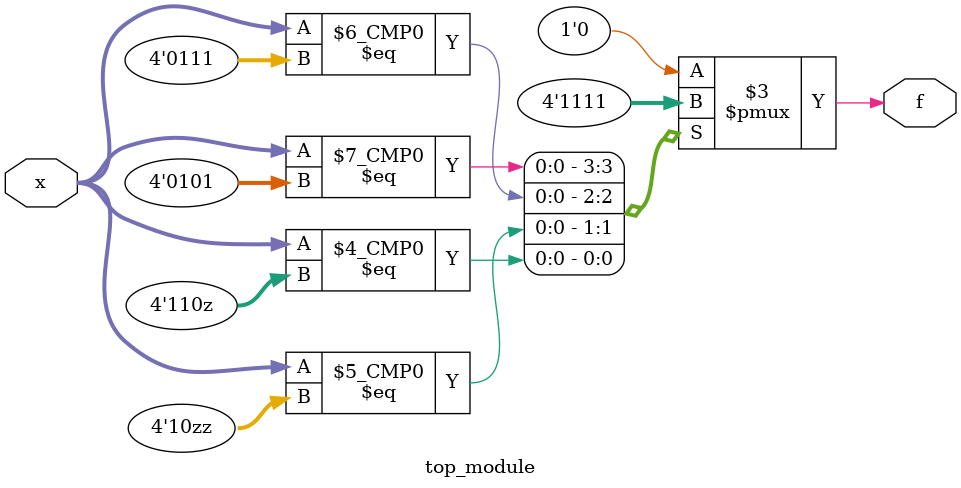
<source format=sv>
module top_module (
		input [3:0] x,
		output logic f
	);
		always_comb begin
			case (x)
				4'b00??: f = 1'b0;
				4'b0100: f = 1'b0;
				4'b0101: f = 1'b1;
				4'b0110: f = 1'b0;
				4'b0111: f = 1'b1;
				4'b10??: f = 1'b1;
				4'b110?: f = 1'b1;
				default: f = 1'b0;
			endcase
		end
	endmodule

</source>
